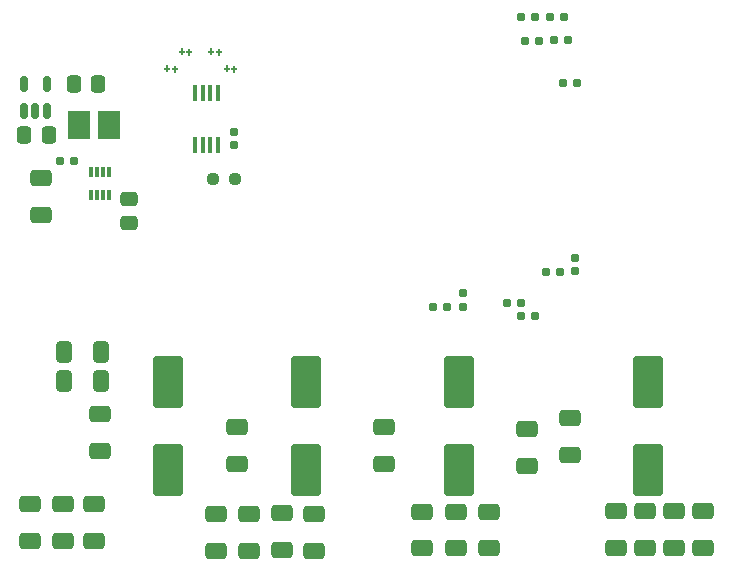
<source format=gbr>
%TF.GenerationSoftware,KiCad,Pcbnew,7.0.1*%
%TF.CreationDate,2023-04-17T18:47:01+02:00*%
%TF.ProjectId,ESC_board,4553435f-626f-4617-9264-2e6b69636164,rev?*%
%TF.SameCoordinates,Original*%
%TF.FileFunction,Paste,Bot*%
%TF.FilePolarity,Positive*%
%FSLAX46Y46*%
G04 Gerber Fmt 4.6, Leading zero omitted, Abs format (unit mm)*
G04 Created by KiCad (PCBNEW 7.0.1) date 2023-04-17 18:47:01*
%MOMM*%
%LPD*%
G01*
G04 APERTURE LIST*
G04 Aperture macros list*
%AMRoundRect*
0 Rectangle with rounded corners*
0 $1 Rounding radius*
0 $2 $3 $4 $5 $6 $7 $8 $9 X,Y pos of 4 corners*
0 Add a 4 corners polygon primitive as box body*
4,1,4,$2,$3,$4,$5,$6,$7,$8,$9,$2,$3,0*
0 Add four circle primitives for the rounded corners*
1,1,$1+$1,$2,$3*
1,1,$1+$1,$4,$5*
1,1,$1+$1,$6,$7*
1,1,$1+$1,$8,$9*
0 Add four rect primitives between the rounded corners*
20,1,$1+$1,$2,$3,$4,$5,0*
20,1,$1+$1,$4,$5,$6,$7,0*
20,1,$1+$1,$6,$7,$8,$9,0*
20,1,$1+$1,$8,$9,$2,$3,0*%
%AMFreePoly0*
4,1,29,0.125354,0.250354,0.125500,0.250000,0.125500,0.125000,0.250000,0.125000,0.250000,-0.125000,0.125500,-0.125000,0.125500,-0.250000,0.125354,-0.250354,0.125000,-0.250500,-0.125000,-0.250500,-0.125354,-0.250354,-0.125500,-0.250000,-0.125500,-0.125000,-0.250000,-0.125000,-0.250000,-0.100500,-0.375000,-0.100500,-0.375354,-0.100354,-0.375500,-0.100000,-0.375500,0.100000,-0.375354,0.100354,
-0.375000,0.100500,-0.250000,0.100500,-0.250000,0.125000,-0.125500,0.125000,-0.125500,0.250000,-0.125354,0.250354,-0.125000,0.250500,0.125000,0.250500,0.125354,0.250354,0.125354,0.250354,$1*%
%AMFreePoly1*
4,1,29,0.125354,0.250354,0.125500,0.250000,0.125500,0.125000,0.250000,0.125000,0.250000,0.100500,0.375000,0.100500,0.375354,0.100354,0.375500,0.100000,0.375500,-0.100000,0.375354,-0.100354,0.375000,-0.100500,0.250000,-0.100500,0.250000,-0.125000,0.125500,-0.125000,0.125500,-0.250000,0.125354,-0.250354,0.125000,-0.250500,-0.125000,-0.250500,-0.125354,-0.250354,-0.125500,-0.250000,
-0.125500,-0.125000,-0.250000,-0.125000,-0.250000,0.125000,-0.125500,0.125000,-0.125500,0.250000,-0.125354,0.250354,-0.125000,0.250500,0.125000,0.250500,0.125354,0.250354,0.125354,0.250354,$1*%
G04 Aperture macros list end*
%ADD10RoundRect,0.250000X-0.412500X-0.650000X0.412500X-0.650000X0.412500X0.650000X-0.412500X0.650000X0*%
%ADD11RoundRect,0.250000X0.650000X-0.412500X0.650000X0.412500X-0.650000X0.412500X-0.650000X-0.412500X0*%
%ADD12FreePoly0,270.000000*%
%ADD13FreePoly1,270.000000*%
%ADD14RoundRect,0.250000X-0.650000X0.412500X-0.650000X-0.412500X0.650000X-0.412500X0.650000X0.412500X0*%
%ADD15R,0.450000X1.450000*%
%ADD16RoundRect,0.250000X1.000000X-1.950000X1.000000X1.950000X-1.000000X1.950000X-1.000000X-1.950000X0*%
%ADD17RoundRect,0.155000X-0.155000X0.212500X-0.155000X-0.212500X0.155000X-0.212500X0.155000X0.212500X0*%
%ADD18R,1.955800X2.387600*%
%ADD19RoundRect,0.155000X0.155000X-0.212500X0.155000X0.212500X-0.155000X0.212500X-0.155000X-0.212500X0*%
%ADD20RoundRect,0.160000X0.197500X0.160000X-0.197500X0.160000X-0.197500X-0.160000X0.197500X-0.160000X0*%
%ADD21R,0.300000X0.850000*%
%ADD22FreePoly0,90.000000*%
%ADD23FreePoly1,90.000000*%
%ADD24RoundRect,0.150000X0.150000X-0.512500X0.150000X0.512500X-0.150000X0.512500X-0.150000X-0.512500X0*%
%ADD25RoundRect,0.237500X0.250000X0.237500X-0.250000X0.237500X-0.250000X-0.237500X0.250000X-0.237500X0*%
%ADD26RoundRect,0.160000X-0.197500X-0.160000X0.197500X-0.160000X0.197500X0.160000X-0.197500X0.160000X0*%
%ADD27RoundRect,0.155000X0.212500X0.155000X-0.212500X0.155000X-0.212500X-0.155000X0.212500X-0.155000X0*%
%ADD28RoundRect,0.250000X-0.475000X0.337500X-0.475000X-0.337500X0.475000X-0.337500X0.475000X0.337500X0*%
%ADD29RoundRect,0.250000X0.337500X0.475000X-0.337500X0.475000X-0.337500X-0.475000X0.337500X-0.475000X0*%
%ADD30RoundRect,0.250000X-0.337500X-0.475000X0.337500X-0.475000X0.337500X0.475000X-0.337500X0.475000X0*%
G04 APERTURE END LIST*
D10*
%TO.C,C51*%
X78857500Y-85350000D03*
X81982500Y-85350000D03*
%TD*%
%TO.C,C50*%
X78837500Y-82900000D03*
X81962500Y-82900000D03*
%TD*%
D11*
%TO.C,C49*%
X81860000Y-91302500D03*
X81860000Y-88177500D03*
%TD*%
D12*
%TO.C,D13*%
X91275000Y-57516399D03*
D13*
X91925000Y-57516399D03*
%TD*%
D14*
%TO.C,C15*%
X114825000Y-96412500D03*
X114825000Y-99537500D03*
%TD*%
D15*
%TO.C,U8*%
X91850000Y-65400000D03*
X91200000Y-65400000D03*
X90550000Y-65400000D03*
X89900000Y-65400000D03*
X89900000Y-61000000D03*
X90550000Y-61000000D03*
X91200000Y-61000000D03*
X91850000Y-61000000D03*
%TD*%
D16*
%TO.C,C45*%
X112268000Y-92854000D03*
X112268000Y-85454000D03*
%TD*%
D14*
%TO.C,C21*%
X109125000Y-96412500D03*
X109125000Y-99537500D03*
%TD*%
%TO.C,C39*%
X130500000Y-96387500D03*
X130500000Y-99512500D03*
%TD*%
D11*
%TO.C,C18*%
X105900000Y-92375000D03*
X105900000Y-89250000D03*
%TD*%
D14*
%TO.C,C26*%
X81400000Y-95762500D03*
X81400000Y-98887500D03*
%TD*%
D17*
%TO.C,C20*%
X122050000Y-74932500D03*
X122050000Y-76067500D03*
%TD*%
D18*
%TO.C,L1*%
X82667500Y-63650000D03*
X80127500Y-63650000D03*
%TD*%
D11*
%TO.C,C40*%
X118025000Y-92537500D03*
X118025000Y-89412500D03*
%TD*%
D19*
%TO.C,C29*%
X112575000Y-79067500D03*
X112575000Y-77932500D03*
%TD*%
D20*
%TO.C,R13*%
X121472500Y-56525000D03*
X120277500Y-56525000D03*
%TD*%
D21*
%TO.C,U1*%
X82618995Y-69593995D03*
X82118995Y-69593995D03*
X81618995Y-69593995D03*
X81118995Y-69593995D03*
X81118995Y-67693995D03*
X81618995Y-67693995D03*
X82118995Y-67693995D03*
X82618995Y-67693995D03*
%TD*%
D14*
%TO.C,C46*%
X128050000Y-96387500D03*
X128050000Y-99512500D03*
%TD*%
D16*
%TO.C,C47*%
X99314000Y-92854000D03*
X99314000Y-85454000D03*
%TD*%
%TO.C,C44*%
X128270000Y-92854000D03*
X128270000Y-85454000D03*
%TD*%
D22*
%TO.C,D14*%
X89425000Y-57541400D03*
D23*
X88775000Y-57541400D03*
%TD*%
D24*
%TO.C,U7*%
X77343746Y-62468505D03*
X76393746Y-62468505D03*
X75443746Y-62468505D03*
X75443746Y-60193505D03*
X77343746Y-60193505D03*
%TD*%
D14*
%TO.C,C24*%
X76883415Y-68178717D03*
X76883415Y-71303717D03*
%TD*%
D25*
%TO.C,R17*%
X93262500Y-68216400D03*
X91437500Y-68216400D03*
%TD*%
D16*
%TO.C,C48*%
X87630000Y-92880000D03*
X87630000Y-85480000D03*
%TD*%
D14*
%TO.C,C19*%
X97300000Y-96550000D03*
X97300000Y-99675000D03*
%TD*%
D26*
%TO.C,R10*%
X78465240Y-66700000D03*
X79660240Y-66700000D03*
%TD*%
D14*
%TO.C,C27*%
X112025000Y-96412500D03*
X112025000Y-99537500D03*
%TD*%
%TO.C,C13*%
X94500000Y-96587500D03*
X94500000Y-99712500D03*
%TD*%
%TO.C,C12*%
X91700000Y-96587500D03*
X91700000Y-99712500D03*
%TD*%
D20*
%TO.C,R27*%
X119022500Y-56550000D03*
X117827500Y-56550000D03*
%TD*%
%TO.C,R24*%
X121175000Y-54575000D03*
X119980000Y-54575000D03*
%TD*%
D26*
%TO.C,R14*%
X119602500Y-76100000D03*
X120797500Y-76100000D03*
%TD*%
D12*
%TO.C,D12*%
X92600000Y-58941400D03*
D13*
X93250000Y-58941400D03*
%TD*%
D14*
%TO.C,C37*%
X132950000Y-96387500D03*
X132950000Y-99512500D03*
%TD*%
%TO.C,C11*%
X125575000Y-96387500D03*
X125575000Y-99512500D03*
%TD*%
%TO.C,C25*%
X78700000Y-95762500D03*
X78700000Y-98887500D03*
%TD*%
D11*
%TO.C,C17*%
X93450000Y-92362500D03*
X93450000Y-89237500D03*
%TD*%
D26*
%TO.C,R19*%
X110052500Y-79125000D03*
X111247500Y-79125000D03*
%TD*%
D27*
%TO.C,C30*%
X118667500Y-79850000D03*
X117532500Y-79850000D03*
%TD*%
D11*
%TO.C,C38*%
X121650000Y-91587500D03*
X121650000Y-88462500D03*
%TD*%
D20*
%TO.C,R25*%
X118675000Y-54575000D03*
X117480000Y-54575000D03*
%TD*%
D12*
%TO.C,D15*%
X87550000Y-58941400D03*
D13*
X88200000Y-58941400D03*
%TD*%
D26*
%TO.C,R20*%
X116302500Y-78750000D03*
X117497500Y-78750000D03*
%TD*%
D20*
%TO.C,R23*%
X122227500Y-60110000D03*
X121032500Y-60110000D03*
%TD*%
D14*
%TO.C,C16*%
X75950000Y-95762500D03*
X75950000Y-98887500D03*
%TD*%
D19*
%TO.C,C54*%
X93250001Y-65376400D03*
X93250001Y-64241400D03*
%TD*%
D28*
%TO.C,C22*%
X84318995Y-69918995D03*
X84318995Y-71993995D03*
%TD*%
D29*
%TO.C,C56*%
X81737500Y-60200000D03*
X79662500Y-60200000D03*
%TD*%
D30*
%TO.C,C55*%
X75462500Y-64500000D03*
X77537500Y-64500000D03*
%TD*%
D14*
%TO.C,C14*%
X100000000Y-96587500D03*
X100000000Y-99712500D03*
%TD*%
M02*

</source>
